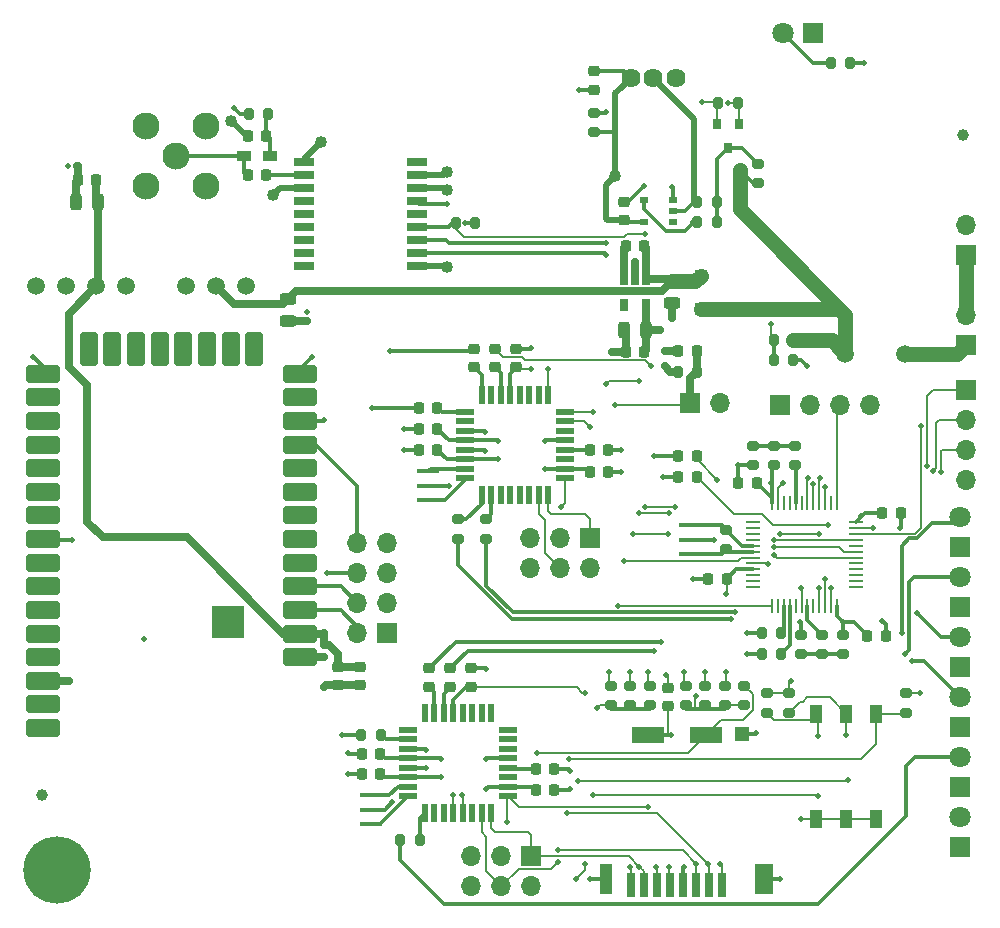
<source format=gbr>
G04 #@! TF.GenerationSoftware,KiCad,Pcbnew,(6.0.7)*
G04 #@! TF.CreationDate,2022-09-05T18:06:51-05:00*
G04 #@! TF.ProjectId,control_pcb,636f6e74-726f-46c5-9f70-63622e6b6963,3.1*
G04 #@! TF.SameCoordinates,Original*
G04 #@! TF.FileFunction,Copper,L1,Top*
G04 #@! TF.FilePolarity,Positive*
%FSLAX46Y46*%
G04 Gerber Fmt 4.6, Leading zero omitted, Abs format (unit mm)*
G04 Created by KiCad (PCBNEW (6.0.7)) date 2022-09-05 18:06:51*
%MOMM*%
%LPD*%
G01*
G04 APERTURE LIST*
G04 Aperture macros list*
%AMRoundRect*
0 Rectangle with rounded corners*
0 $1 Rounding radius*
0 $2 $3 $4 $5 $6 $7 $8 $9 X,Y pos of 4 corners*
0 Add a 4 corners polygon primitive as box body*
4,1,4,$2,$3,$4,$5,$6,$7,$8,$9,$2,$3,0*
0 Add four circle primitives for the rounded corners*
1,1,$1+$1,$2,$3*
1,1,$1+$1,$4,$5*
1,1,$1+$1,$6,$7*
1,1,$1+$1,$8,$9*
0 Add four rect primitives between the rounded corners*
20,1,$1+$1,$2,$3,$4,$5,0*
20,1,$1+$1,$4,$5,$6,$7,0*
20,1,$1+$1,$6,$7,$8,$9,0*
20,1,$1+$1,$8,$9,$2,$3,0*%
G04 Aperture macros list end*
G04 #@! TA.AperFunction,ComponentPad*
%ADD10O,1.700000X1.700000*%
G04 #@! TD*
G04 #@! TA.AperFunction,ComponentPad*
%ADD11R,1.700000X1.700000*%
G04 #@! TD*
G04 #@! TA.AperFunction,SMDPad,CuDef*
%ADD12R,0.250000X1.300000*%
G04 #@! TD*
G04 #@! TA.AperFunction,SMDPad,CuDef*
%ADD13R,1.300000X0.250000*%
G04 #@! TD*
G04 #@! TA.AperFunction,SMDPad,CuDef*
%ADD14R,0.700000X2.000000*%
G04 #@! TD*
G04 #@! TA.AperFunction,SMDPad,CuDef*
%ADD15R,1.000000X2.600000*%
G04 #@! TD*
G04 #@! TA.AperFunction,SMDPad,CuDef*
%ADD16R,1.500000X2.600000*%
G04 #@! TD*
G04 #@! TA.AperFunction,SMDPad,CuDef*
%ADD17R,2.700000X1.400000*%
G04 #@! TD*
G04 #@! TA.AperFunction,SMDPad,CuDef*
%ADD18R,1.200000X1.200000*%
G04 #@! TD*
G04 #@! TA.AperFunction,SMDPad,CuDef*
%ADD19RoundRect,0.225000X0.250000X-0.225000X0.250000X0.225000X-0.250000X0.225000X-0.250000X-0.225000X0*%
G04 #@! TD*
G04 #@! TA.AperFunction,SMDPad,CuDef*
%ADD20RoundRect,0.200000X0.275000X-0.200000X0.275000X0.200000X-0.275000X0.200000X-0.275000X-0.200000X0*%
G04 #@! TD*
G04 #@! TA.AperFunction,SMDPad,CuDef*
%ADD21RoundRect,0.200000X-0.275000X0.200000X-0.275000X-0.200000X0.275000X-0.200000X0.275000X0.200000X0*%
G04 #@! TD*
G04 #@! TA.AperFunction,SMDPad,CuDef*
%ADD22RoundRect,0.225000X0.225000X0.250000X-0.225000X0.250000X-0.225000X-0.250000X0.225000X-0.250000X0*%
G04 #@! TD*
G04 #@! TA.AperFunction,ComponentPad*
%ADD23C,2.300000*%
G04 #@! TD*
G04 #@! TA.AperFunction,ComponentPad*
%ADD24C,1.500000*%
G04 #@! TD*
G04 #@! TA.AperFunction,SMDPad,CuDef*
%ADD25R,1.200000X0.900000*%
G04 #@! TD*
G04 #@! TA.AperFunction,ComponentPad*
%ADD26C,1.620000*%
G04 #@! TD*
G04 #@! TA.AperFunction,SMDPad,CuDef*
%ADD27R,0.800000X0.550000*%
G04 #@! TD*
G04 #@! TA.AperFunction,SMDPad,CuDef*
%ADD28R,1.800000X0.700000*%
G04 #@! TD*
G04 #@! TA.AperFunction,SMDPad,CuDef*
%ADD29R,1.800000X0.800000*%
G04 #@! TD*
G04 #@! TA.AperFunction,ComponentPad*
%ADD30C,5.700000*%
G04 #@! TD*
G04 #@! TA.AperFunction,SMDPad,CuDef*
%ADD31R,1.100000X1.500000*%
G04 #@! TD*
G04 #@! TA.AperFunction,SMDPad,CuDef*
%ADD32R,0.800000X0.900000*%
G04 #@! TD*
G04 #@! TA.AperFunction,SMDPad,CuDef*
%ADD33RoundRect,0.218750X0.218750X0.256250X-0.218750X0.256250X-0.218750X-0.256250X0.218750X-0.256250X0*%
G04 #@! TD*
G04 #@! TA.AperFunction,SMDPad,CuDef*
%ADD34RoundRect,0.218750X-0.218750X-0.256250X0.218750X-0.256250X0.218750X0.256250X-0.218750X0.256250X0*%
G04 #@! TD*
G04 #@! TA.AperFunction,SMDPad,CuDef*
%ADD35RoundRect,0.243750X-0.456250X0.243750X-0.456250X-0.243750X0.456250X-0.243750X0.456250X0.243750X0*%
G04 #@! TD*
G04 #@! TA.AperFunction,SMDPad,CuDef*
%ADD36RoundRect,0.243750X0.243750X0.456250X-0.243750X0.456250X-0.243750X-0.456250X0.243750X-0.456250X0*%
G04 #@! TD*
G04 #@! TA.AperFunction,SMDPad,CuDef*
%ADD37R,1.100000X1.100000*%
G04 #@! TD*
G04 #@! TA.AperFunction,SMDPad,CuDef*
%ADD38RoundRect,0.200000X-0.200000X-0.275000X0.200000X-0.275000X0.200000X0.275000X-0.200000X0.275000X0*%
G04 #@! TD*
G04 #@! TA.AperFunction,SMDPad,CuDef*
%ADD39RoundRect,0.218750X-0.256250X0.218750X-0.256250X-0.218750X0.256250X-0.218750X0.256250X0.218750X0*%
G04 #@! TD*
G04 #@! TA.AperFunction,SMDPad,CuDef*
%ADD40R,1.600000X0.550000*%
G04 #@! TD*
G04 #@! TA.AperFunction,SMDPad,CuDef*
%ADD41R,0.550000X1.600000*%
G04 #@! TD*
G04 #@! TA.AperFunction,SMDPad,CuDef*
%ADD42R,0.650000X1.060000*%
G04 #@! TD*
G04 #@! TA.AperFunction,SMDPad,CuDef*
%ADD43R,1.900000X0.400000*%
G04 #@! TD*
G04 #@! TA.AperFunction,SMDPad,CuDef*
%ADD44RoundRect,0.225000X-0.225000X-0.250000X0.225000X-0.250000X0.225000X0.250000X-0.225000X0.250000X0*%
G04 #@! TD*
G04 #@! TA.AperFunction,SMDPad,CuDef*
%ADD45RoundRect,0.225000X-0.250000X0.225000X-0.250000X-0.225000X0.250000X-0.225000X0.250000X0.225000X0*%
G04 #@! TD*
G04 #@! TA.AperFunction,SMDPad,CuDef*
%ADD46C,1.000000*%
G04 #@! TD*
G04 #@! TA.AperFunction,SMDPad,CuDef*
%ADD47RoundRect,0.200000X0.200000X0.275000X-0.200000X0.275000X-0.200000X-0.275000X0.200000X-0.275000X0*%
G04 #@! TD*
G04 #@! TA.AperFunction,SMDPad,CuDef*
%ADD48RoundRect,0.152000X1.248000X0.608000X-1.248000X0.608000X-1.248000X-0.608000X1.248000X-0.608000X0*%
G04 #@! TD*
G04 #@! TA.AperFunction,SMDPad,CuDef*
%ADD49RoundRect,0.152000X0.608000X1.248000X-0.608000X1.248000X-0.608000X-1.248000X0.608000X-1.248000X0*%
G04 #@! TD*
G04 #@! TA.AperFunction,SMDPad,CuDef*
%ADD50RoundRect,0.279000X1.116000X1.116000X-1.116000X1.116000X-1.116000X-1.116000X1.116000X-1.116000X0*%
G04 #@! TD*
G04 #@! TA.AperFunction,ComponentPad*
%ADD51R,1.800000X1.800000*%
G04 #@! TD*
G04 #@! TA.AperFunction,ComponentPad*
%ADD52C,1.800000*%
G04 #@! TD*
G04 #@! TA.AperFunction,ComponentPad*
%ADD53C,1.509000*%
G04 #@! TD*
G04 #@! TA.AperFunction,ViaPad*
%ADD54C,0.508000*%
G04 #@! TD*
G04 #@! TA.AperFunction,ViaPad*
%ADD55C,1.016000*%
G04 #@! TD*
G04 #@! TA.AperFunction,Conductor*
%ADD56C,0.304800*%
G04 #@! TD*
G04 #@! TA.AperFunction,Conductor*
%ADD57C,0.508000*%
G04 #@! TD*
G04 #@! TA.AperFunction,Conductor*
%ADD58C,0.152400*%
G04 #@! TD*
G04 #@! TA.AperFunction,Conductor*
%ADD59C,0.635000*%
G04 #@! TD*
G04 #@! TA.AperFunction,Conductor*
%ADD60C,0.347980*%
G04 #@! TD*
G04 #@! TA.AperFunction,Conductor*
%ADD61C,1.270000*%
G04 #@! TD*
G04 APERTURE END LIST*
D10*
X154432000Y-135890000D03*
X154432000Y-133350000D03*
X154432000Y-130810000D03*
D11*
X154432000Y-128270000D03*
D12*
X137966000Y-137890000D03*
X138466000Y-137890000D03*
X138966000Y-137890000D03*
X139466000Y-137890000D03*
X139966000Y-137890000D03*
X140466000Y-137890000D03*
X140966000Y-137890000D03*
X141466000Y-137890000D03*
X141966000Y-137890000D03*
X142466000Y-137890000D03*
X142966000Y-137890000D03*
X143466000Y-137890000D03*
D13*
X145066000Y-139490000D03*
X145066000Y-139990000D03*
X145066000Y-140490000D03*
X145066000Y-140990000D03*
X145066000Y-141490000D03*
X145066000Y-141990000D03*
X145066000Y-142490000D03*
X145066000Y-142990000D03*
X145066000Y-143490000D03*
X145066000Y-143990000D03*
X145066000Y-144490000D03*
X145066000Y-144990000D03*
D12*
X143466000Y-146590000D03*
X142966000Y-146590000D03*
X142466000Y-146590000D03*
X141966000Y-146590000D03*
X141466000Y-146590000D03*
X140966000Y-146590000D03*
X140466000Y-146590000D03*
X139966000Y-146590000D03*
X139466000Y-146590000D03*
X138966000Y-146590000D03*
X138466000Y-146590000D03*
X137966000Y-146590000D03*
D13*
X136366000Y-144990000D03*
X136366000Y-144490000D03*
X136366000Y-143990000D03*
X136366000Y-143490000D03*
X136366000Y-142990000D03*
X136366000Y-142490000D03*
X136366000Y-141990000D03*
X136366000Y-141490000D03*
X136366000Y-140990000D03*
X136366000Y-140490000D03*
X136366000Y-139990000D03*
X136366000Y-139490000D03*
D14*
X126042001Y-170195001D03*
X127142001Y-170195001D03*
X128242001Y-170195001D03*
X129342001Y-170195001D03*
X130442001Y-170195001D03*
X131542001Y-170195001D03*
X132642001Y-170195001D03*
X133742001Y-170195001D03*
D15*
X123942001Y-169695001D03*
D16*
X137292001Y-169695001D03*
D17*
X132342001Y-157495001D03*
X127442001Y-157495001D03*
D18*
X135392001Y-157395001D03*
D19*
X129159000Y-155080000D03*
X129159000Y-153530000D03*
D20*
X124333000Y-153353000D03*
X124333000Y-155003000D03*
X127635000Y-153353000D03*
X127635000Y-155003000D03*
X130683000Y-153353000D03*
X130683000Y-155003000D03*
X132334000Y-155003000D03*
X132334000Y-153353000D03*
X125984000Y-155003000D03*
X125984000Y-153353000D03*
X133985000Y-155003000D03*
X133985000Y-153353000D03*
D21*
X134112000Y-140145000D03*
X134112000Y-141795000D03*
D22*
X130035000Y-124968000D03*
X131585000Y-124968000D03*
X148857000Y-138684000D03*
X147307000Y-138684000D03*
D21*
X137541000Y-153988000D03*
X137541000Y-155638000D03*
D23*
X84963000Y-105918000D03*
X90043000Y-105918000D03*
X84963000Y-110998000D03*
X90043000Y-110998000D03*
X87503000Y-108458000D03*
D24*
X144185000Y-125222000D03*
X149185000Y-125222000D03*
D10*
X133604000Y-129413000D03*
D11*
X131064000Y-129413000D03*
X138684000Y-129540000D03*
D10*
X141224000Y-129540000D03*
X143764000Y-129540000D03*
X146304000Y-129540000D03*
D25*
X95461000Y-108458000D03*
X93261000Y-108458000D03*
D26*
X129797001Y-101887001D03*
X127892001Y-101887001D03*
X125987001Y-101887001D03*
D27*
X129550000Y-114114001D03*
X129550000Y-113164001D03*
X129550000Y-112214001D03*
X127150000Y-112214001D03*
X127150000Y-114114001D03*
D28*
X107874000Y-117811000D03*
D29*
X107874000Y-116711000D03*
X107874000Y-115611000D03*
X107874000Y-114511000D03*
X107874000Y-113411000D03*
X107874000Y-112311000D03*
X107874000Y-111211000D03*
X107874000Y-110111000D03*
D28*
X107874000Y-109011000D03*
X98374000Y-109011000D03*
D29*
X98374000Y-110111000D03*
X98374000Y-111211000D03*
X98374000Y-112311000D03*
X98374000Y-113411000D03*
X98374000Y-114511000D03*
X98374000Y-115611000D03*
X98374000Y-116711000D03*
D28*
X98374000Y-117811000D03*
D30*
X77470000Y-168910000D03*
D31*
X141732000Y-164597000D03*
X144272000Y-164597000D03*
X146812000Y-164597000D03*
X146812000Y-155697000D03*
X144272000Y-155697000D03*
X141732000Y-155697000D03*
D32*
X134239000Y-107807000D03*
X133289000Y-105807000D03*
X135189000Y-105807000D03*
D33*
X108051500Y-133350000D03*
X109626500Y-133350000D03*
D34*
X122529500Y-135255000D03*
X124104500Y-135255000D03*
D33*
X108051500Y-131572000D03*
X109626500Y-131572000D03*
D34*
X124104500Y-133350000D03*
X122529500Y-133350000D03*
D33*
X104800500Y-159131000D03*
X103225500Y-159131000D03*
D34*
X119532500Y-162179000D03*
X117957500Y-162179000D03*
D33*
X104800500Y-160782000D03*
X103225500Y-160782000D03*
D34*
X117957500Y-160401000D03*
X119532500Y-160401000D03*
D35*
X129463800Y-119077500D03*
X129463800Y-120952500D03*
D36*
X125427500Y-123190000D03*
X127302500Y-123190000D03*
D33*
X127152500Y-125095000D03*
X125577500Y-125095000D03*
D37*
X131927600Y-118615000D03*
X131927600Y-121415000D03*
D11*
X122555000Y-140843000D03*
D10*
X122555000Y-143383000D03*
X120015000Y-140843000D03*
X120015000Y-143383000D03*
X117475000Y-140843000D03*
X117475000Y-143383000D03*
X112522000Y-170307000D03*
X112522000Y-167767000D03*
X115062000Y-170307000D03*
X115062000Y-167767000D03*
X117602000Y-170307000D03*
D11*
X117602000Y-167767000D03*
D38*
X138747000Y-148844000D03*
X137097000Y-148844000D03*
X137097000Y-150622000D03*
X138747000Y-150622000D03*
D33*
X131597500Y-133858000D03*
X130022500Y-133858000D03*
X131597500Y-135636000D03*
X130022500Y-135636000D03*
D38*
X142939000Y-100584000D03*
X144589000Y-100584000D03*
D39*
X116332000Y-124815500D03*
X116332000Y-126390500D03*
X114554000Y-126390500D03*
X114554000Y-124815500D03*
X112776000Y-124815500D03*
X112776000Y-126390500D03*
D34*
X109626500Y-129794000D03*
X108051500Y-129794000D03*
D20*
X111379000Y-139256000D03*
X111379000Y-140906000D03*
X113792000Y-140906000D03*
X113792000Y-139256000D03*
D39*
X112522000Y-153441500D03*
X112522000Y-151866500D03*
X110744000Y-151866500D03*
X110744000Y-153441500D03*
X108966000Y-153441500D03*
X108966000Y-151866500D03*
D38*
X104838000Y-157480000D03*
X103188000Y-157480000D03*
X106490000Y-166370000D03*
X108140000Y-166370000D03*
D33*
X127152500Y-116078000D03*
X125577500Y-116078000D03*
D40*
X111955000Y-130169000D03*
X111955000Y-130969000D03*
X111955000Y-131769000D03*
X111955000Y-132569000D03*
X111955000Y-133369000D03*
X111955000Y-134169000D03*
X111955000Y-134969000D03*
X111955000Y-135769000D03*
D41*
X113405000Y-137219000D03*
X114205000Y-137219000D03*
X115005000Y-137219000D03*
X115805000Y-137219000D03*
X116605000Y-137219000D03*
X117405000Y-137219000D03*
X118205000Y-137219000D03*
X119005000Y-137219000D03*
D40*
X120455000Y-135769000D03*
X120455000Y-134969000D03*
X120455000Y-134169000D03*
X120455000Y-133369000D03*
X120455000Y-132569000D03*
X120455000Y-131769000D03*
X120455000Y-130969000D03*
X120455000Y-130169000D03*
D41*
X119005000Y-128719000D03*
X118205000Y-128719000D03*
X117405000Y-128719000D03*
X116605000Y-128719000D03*
X115805000Y-128719000D03*
X115005000Y-128719000D03*
X114205000Y-128719000D03*
X113405000Y-128719000D03*
X108579000Y-155643000D03*
X109379000Y-155643000D03*
X110179000Y-155643000D03*
X110979000Y-155643000D03*
X111779000Y-155643000D03*
X112579000Y-155643000D03*
X113379000Y-155643000D03*
X114179000Y-155643000D03*
D40*
X115629000Y-157093000D03*
X115629000Y-157893000D03*
X115629000Y-158693000D03*
X115629000Y-159493000D03*
X115629000Y-160293000D03*
X115629000Y-161093000D03*
X115629000Y-161893000D03*
X115629000Y-162693000D03*
D41*
X114179000Y-164143000D03*
X113379000Y-164143000D03*
X112579000Y-164143000D03*
X111779000Y-164143000D03*
X110979000Y-164143000D03*
X110179000Y-164143000D03*
X109379000Y-164143000D03*
X108579000Y-164143000D03*
D40*
X107129000Y-162693000D03*
X107129000Y-161893000D03*
X107129000Y-161093000D03*
X107129000Y-160293000D03*
X107129000Y-159493000D03*
X107129000Y-158693000D03*
X107129000Y-157893000D03*
X107129000Y-157093000D03*
D42*
X127315000Y-118915000D03*
X126365000Y-118915000D03*
X125415000Y-118915000D03*
X125415000Y-121115000D03*
X127315000Y-121115000D03*
D43*
X131064000Y-139770000D03*
X131064000Y-140970000D03*
X131064000Y-142170000D03*
X108839000Y-135198000D03*
X108839000Y-136398000D03*
X108839000Y-137598000D03*
X104013000Y-165030000D03*
X104013000Y-163830000D03*
X104013000Y-162630000D03*
D44*
X136665000Y-136144000D03*
X135115000Y-136144000D03*
D22*
X146037000Y-149098000D03*
X147587000Y-149098000D03*
D44*
X132575000Y-144272000D03*
X134125000Y-144272000D03*
D45*
X103124000Y-153302000D03*
X103124000Y-151752000D03*
X101219000Y-151752000D03*
X101219000Y-153302000D03*
X122936000Y-102883000D03*
X122936000Y-101333000D03*
D19*
X125476000Y-112382000D03*
X125476000Y-113932000D03*
D44*
X93586000Y-110109000D03*
X95136000Y-110109000D03*
X93586000Y-106807000D03*
X95136000Y-106807000D03*
D46*
X154178000Y-106680000D03*
X76200000Y-162560000D03*
D11*
X154432000Y-124460000D03*
D10*
X154432000Y-121920000D03*
X154432000Y-114300000D03*
D11*
X154432000Y-116840000D03*
D38*
X131635000Y-126746000D03*
X129985000Y-126746000D03*
D47*
X139763000Y-124079000D03*
X138113000Y-124079000D03*
D38*
X139779001Y-125734001D03*
X138129001Y-125734001D03*
D21*
X138176000Y-133033000D03*
X138176000Y-134683000D03*
D20*
X144018000Y-149035000D03*
X144018000Y-150685000D03*
D21*
X139954000Y-134683000D03*
X139954000Y-133033000D03*
D20*
X142240000Y-150685000D03*
X142240000Y-149035000D03*
X136398000Y-133033000D03*
X136398000Y-134683000D03*
D21*
X140462000Y-149035000D03*
X140462000Y-150685000D03*
X149352000Y-155638000D03*
X149352000Y-153988000D03*
X139446000Y-153988000D03*
X139446000Y-155638000D03*
D20*
X135636000Y-155003000D03*
X135636000Y-153353000D03*
X122936000Y-106489000D03*
X122936000Y-104839000D03*
X136779000Y-109157000D03*
X136779000Y-110807000D03*
D47*
X135064000Y-104013000D03*
X133414000Y-104013000D03*
X133286000Y-114046000D03*
X131636000Y-114046000D03*
X131636000Y-112395000D03*
X133286000Y-112395000D03*
D38*
X95313000Y-104902000D03*
X93663000Y-104902000D03*
X112839000Y-114173000D03*
X111189000Y-114173000D03*
D11*
X105410000Y-148844000D03*
D10*
X102870000Y-148844000D03*
X105410000Y-146304000D03*
X102870000Y-146304000D03*
X105410000Y-143764000D03*
X102870000Y-143764000D03*
X105410000Y-141224000D03*
X102870000Y-141224000D03*
D48*
X97972000Y-150922000D03*
X97972000Y-148922000D03*
X97972000Y-146922000D03*
X97972000Y-144922000D03*
X97972000Y-142922000D03*
X97972000Y-140922000D03*
X97972000Y-138922000D03*
X97972000Y-136922000D03*
X97972000Y-134922000D03*
X97972000Y-132922000D03*
X97972000Y-130922000D03*
X97972000Y-128922000D03*
X97972000Y-126922000D03*
X76272000Y-126922000D03*
X76272000Y-128922000D03*
X76272000Y-130922000D03*
X76272000Y-132922000D03*
X76272000Y-134922000D03*
X76272000Y-136922000D03*
X76272000Y-138922000D03*
X76272000Y-140922000D03*
X76272000Y-142922000D03*
X76272000Y-144922000D03*
X76272000Y-146922000D03*
X76272000Y-148922000D03*
X76272000Y-150922000D03*
X76272000Y-152922000D03*
X76272000Y-154922000D03*
X76272000Y-156922000D03*
D49*
X94122000Y-124842000D03*
X92122000Y-124842000D03*
X90122000Y-124842000D03*
X88122000Y-124842000D03*
X86122000Y-124842000D03*
X84122000Y-124842000D03*
X82122000Y-124842000D03*
X80122000Y-124842000D03*
D50*
X91877000Y-147957000D03*
D35*
X97028000Y-120576100D03*
X97028000Y-122451100D03*
D36*
X79021700Y-112420400D03*
X80896700Y-112420400D03*
D33*
X80746700Y-110540800D03*
X79171700Y-110540800D03*
D51*
X153924000Y-141605000D03*
D52*
X153924000Y-139065000D03*
X153924000Y-144145000D03*
D51*
X153924000Y-146685000D03*
X141478000Y-98044000D03*
D52*
X138938000Y-98044000D03*
D51*
X153924000Y-156845000D03*
D52*
X153924000Y-154305000D03*
X153924000Y-149225000D03*
D51*
X153924000Y-151765000D03*
X153924000Y-167005000D03*
D52*
X153924000Y-164465000D03*
X153924000Y-159385000D03*
D51*
X153924000Y-161925000D03*
D53*
X93446000Y-119533200D03*
X90906000Y-119533200D03*
X88366000Y-119533200D03*
X83286000Y-119533200D03*
X80746000Y-119533200D03*
X78206000Y-119533200D03*
X75666000Y-119533200D03*
D54*
X129540000Y-111125000D03*
D55*
X110490000Y-117856000D03*
X95758000Y-111760000D03*
X99822000Y-107315000D03*
X92202000Y-105537000D03*
D54*
X128143000Y-168656000D03*
X129413000Y-157480000D03*
X136652000Y-157353000D03*
X122555000Y-169672000D03*
X138684000Y-169672000D03*
X146558000Y-139954000D03*
X137668000Y-143002000D03*
X140462000Y-164592000D03*
X127127000Y-110998000D03*
X125222000Y-133350000D03*
X125222000Y-135255000D03*
X110617000Y-136398000D03*
X113665000Y-133477000D03*
X113665000Y-131826000D03*
X118745000Y-132588000D03*
X106807000Y-131572000D03*
X106807000Y-133350000D03*
X108712000Y-158750000D03*
X108712000Y-160274000D03*
X102108000Y-160782000D03*
X102108000Y-159004000D03*
X105813868Y-163217868D03*
X120904000Y-160528000D03*
X120904000Y-162052000D03*
X113792000Y-159512000D03*
X121666000Y-102870000D03*
X126365000Y-117475000D03*
X129540000Y-122174000D03*
X124460000Y-125095000D03*
X128905000Y-124968000D03*
X148844000Y-139954000D03*
X131318000Y-144272000D03*
X140335000Y-147955000D03*
X147320000Y-147828000D03*
X100076000Y-150876000D03*
X91186000Y-148844000D03*
X91877000Y-147957000D03*
X84836000Y-149352000D03*
X78486000Y-152908000D03*
X135128000Y-134620000D03*
X133096000Y-140970000D03*
X140970000Y-126263400D03*
X75438000Y-125476000D03*
X99060000Y-125476000D03*
X100076000Y-130810000D03*
X143002000Y-145034000D03*
X138938000Y-136144000D03*
X100076000Y-153416000D03*
X98602800Y-122478800D03*
X79146400Y-109321600D03*
X78384400Y-109321600D03*
X98602800Y-121666000D03*
X110490000Y-112522000D03*
X125476000Y-142748000D03*
X124714000Y-129540000D03*
D55*
X110490000Y-111379000D03*
X110490000Y-109855000D03*
D54*
X112014000Y-114173000D03*
X134239000Y-104013000D03*
X117602000Y-124714000D03*
X118745000Y-135001000D03*
X113792000Y-151892000D03*
X113792000Y-162052000D03*
X128524000Y-123190000D03*
X128905000Y-126314199D03*
X145542000Y-138938000D03*
X144018000Y-147955000D03*
X137922000Y-136144000D03*
X145796000Y-100584000D03*
X131572000Y-154178000D03*
X129032000Y-152400000D03*
X123190000Y-155194000D03*
X109982000Y-159512000D03*
X109982000Y-161036000D03*
X130556000Y-168656000D03*
X114808000Y-132588000D03*
X114808000Y-134112000D03*
X134112000Y-145542000D03*
X92456000Y-104394000D03*
X139573000Y-152908000D03*
X150495000Y-153924000D03*
D55*
X124694599Y-110216599D03*
X135235600Y-109708600D03*
D54*
X150622000Y-131318000D03*
X142448600Y-136525000D03*
X142009750Y-135786750D03*
X152273000Y-135255000D03*
X141478000Y-136271000D03*
X151586388Y-135198676D03*
X140995400Y-135742678D03*
X151104600Y-134747000D03*
X133604000Y-168402000D03*
X134112000Y-152146000D03*
X140462000Y-145034000D03*
X137922000Y-122682000D03*
X124968000Y-146558000D03*
X132080000Y-103886000D03*
X138176000Y-140970000D03*
X129794000Y-138176000D03*
X127254000Y-138176000D03*
X127254000Y-115062000D03*
X138176000Y-141630403D03*
X129286000Y-138684000D03*
X126746000Y-138684000D03*
X123952000Y-116840000D03*
X126746000Y-127508000D03*
X123952000Y-127762000D03*
X138176000Y-142290806D03*
X129133600Y-140462000D03*
X126238000Y-140462000D03*
X123926600Y-115874801D03*
X135890000Y-148844000D03*
X148971000Y-148844000D03*
X135890000Y-150622000D03*
X149225000Y-150622000D03*
X134493000Y-147701000D03*
X149860000Y-151257000D03*
X134874000Y-147072600D03*
X150241000Y-147193000D03*
X101536500Y-157543500D03*
X105664000Y-124968000D03*
X104140000Y-129794000D03*
X100330000Y-143764000D03*
X78740000Y-140970000D03*
X120142000Y-138176000D03*
X117602000Y-126492000D03*
X125984000Y-168656000D03*
X124206000Y-152146000D03*
X126746000Y-168656000D03*
X125984000Y-152146000D03*
X129286000Y-168656000D03*
X127508000Y-163576000D03*
X127508000Y-152146000D03*
X115570000Y-164846000D03*
X131572000Y-168402000D03*
X130556000Y-152146000D03*
X119888000Y-167259000D03*
X119888000Y-168249600D03*
X132588000Y-168402000D03*
X132334000Y-152146000D03*
X110998000Y-162560000D03*
X120650000Y-164084000D03*
X111760000Y-162560000D03*
X118110000Y-159004000D03*
X122174000Y-153924000D03*
X122174000Y-168402000D03*
X121412000Y-169672000D03*
X133350000Y-135890000D03*
X141986000Y-145034000D03*
X141986000Y-140462000D03*
X138684000Y-140462000D03*
X128016000Y-150368000D03*
X128016000Y-133858000D03*
X127762000Y-126314199D03*
X142494000Y-144272000D03*
X142748000Y-139700000D03*
X128574800Y-149606000D03*
X128778000Y-135636000D03*
X118999000Y-126492000D03*
X120777000Y-159512000D03*
X123952000Y-104775000D03*
X100076000Y-148844000D03*
X100076000Y-149860000D03*
X122809000Y-130175000D03*
X121539000Y-161417000D03*
X144399000Y-161290000D03*
X144272000Y-157480000D03*
X122555000Y-131445000D03*
X122809000Y-162560000D03*
X141859000Y-162687000D03*
X141859000Y-157607000D03*
D56*
X129550000Y-112214001D02*
X129550000Y-111135000D01*
X129550000Y-111135000D02*
X129540000Y-111125000D01*
D57*
X107874000Y-117811000D02*
X110445000Y-117811000D01*
X110445000Y-117811000D02*
X110490000Y-117856000D01*
X98374000Y-111211000D02*
X96307000Y-111211000D01*
X96307000Y-111211000D02*
X95758000Y-111760000D01*
X98374000Y-109011000D02*
X98374000Y-108763000D01*
X98374000Y-108763000D02*
X99822000Y-107315000D01*
X93411000Y-106807000D02*
X93411000Y-106746000D01*
X93411000Y-106746000D02*
X92202000Y-105537000D01*
D58*
X128242001Y-170195001D02*
X128242001Y-168755001D01*
X128242001Y-168755001D02*
X128143000Y-168656000D01*
D56*
X127442001Y-157495001D02*
X129397999Y-157495001D01*
X129397999Y-157495001D02*
X129413000Y-157480000D01*
X135392001Y-157395001D02*
X136609999Y-157395001D01*
X136609999Y-157395001D02*
X136652000Y-157353000D01*
X123942001Y-169695001D02*
X122578001Y-169695001D01*
X122578001Y-169695001D02*
X122555000Y-169672000D01*
X137292001Y-169695001D02*
X138660999Y-169695001D01*
X138660999Y-169695001D02*
X138684000Y-169672000D01*
D58*
X145066000Y-139990000D02*
X146522000Y-139990000D01*
X146522000Y-139990000D02*
X146558000Y-139954000D01*
X136366000Y-142990000D02*
X137656000Y-142990000D01*
X137656000Y-142990000D02*
X137668000Y-143002000D01*
X146109600Y-164597000D02*
X144272000Y-164597000D01*
X146812000Y-164597000D02*
X146109600Y-164597000D01*
X144272000Y-164597000D02*
X141732000Y-164597000D01*
X141732000Y-164597000D02*
X140467000Y-164597000D01*
X140467000Y-164597000D02*
X140462000Y-164592000D01*
D56*
X125476000Y-112207000D02*
X125918000Y-112207000D01*
X125918000Y-112207000D02*
X127127000Y-110998000D01*
X124104500Y-133350000D02*
X125222000Y-133350000D01*
X124104500Y-135255000D02*
X125222000Y-135255000D01*
X108839000Y-136398000D02*
X110617000Y-136398000D01*
X113557000Y-133369000D02*
X113665000Y-133477000D01*
X111955000Y-133369000D02*
X113557000Y-133369000D01*
X113608000Y-131769000D02*
X113665000Y-131826000D01*
X111955000Y-131769000D02*
X113608000Y-131769000D01*
X118764000Y-132569000D02*
X118745000Y-132588000D01*
X120455000Y-132569000D02*
X118764000Y-132569000D01*
X108051500Y-131572000D02*
X106807000Y-131572000D01*
X108051500Y-133350000D02*
X106807000Y-133350000D01*
X108655000Y-158693000D02*
X108712000Y-158750000D01*
X107129000Y-158693000D02*
X108655000Y-158693000D01*
X108693000Y-160293000D02*
X108712000Y-160274000D01*
X107129000Y-160293000D02*
X108693000Y-160293000D01*
X103225500Y-160782000D02*
X102108000Y-160782000D01*
X102235000Y-159131000D02*
X102108000Y-159004000D01*
X103225500Y-159131000D02*
X102235000Y-159131000D01*
X105201736Y-163830000D02*
X105813868Y-163217868D01*
X104013000Y-163830000D02*
X105201736Y-163830000D01*
X120777000Y-160401000D02*
X120904000Y-160528000D01*
X119532500Y-160401000D02*
X120777000Y-160401000D01*
X120777000Y-162179000D02*
X120904000Y-162052000D01*
X119532500Y-162179000D02*
X120777000Y-162179000D01*
X113811000Y-159493000D02*
X113792000Y-159512000D01*
X115629000Y-159493000D02*
X113811000Y-159493000D01*
X121679000Y-102883000D02*
X121666000Y-102870000D01*
X122936000Y-102883000D02*
X121679000Y-102883000D01*
D59*
X126365000Y-118915000D02*
X126365000Y-117475000D01*
X129463800Y-122097800D02*
X129540000Y-122174000D01*
X129463800Y-120952500D02*
X129463800Y-122097800D01*
X125577500Y-123340000D02*
X125427500Y-123190000D01*
X125577500Y-125095000D02*
X125577500Y-123340000D01*
X125577500Y-125095000D02*
X124460000Y-125095000D01*
X130035000Y-124968000D02*
X128905000Y-124968000D01*
D56*
X148857000Y-139941000D02*
X148844000Y-139954000D01*
X148857000Y-138684000D02*
X148857000Y-139941000D01*
X132575000Y-144272000D02*
X131318000Y-144272000D01*
X140462000Y-148082000D02*
X140335000Y-147955000D01*
X140462000Y-149035000D02*
X140462000Y-148082000D01*
X147587000Y-148095000D02*
X147320000Y-147828000D01*
X147587000Y-149098000D02*
X147587000Y-148095000D01*
D59*
X100030000Y-150922000D02*
X100076000Y-150876000D01*
X97972000Y-150922000D02*
X100030000Y-150922000D01*
X91877000Y-148153000D02*
X91186000Y-148844000D01*
X91877000Y-147957000D02*
X91877000Y-148153000D01*
X78472000Y-152922000D02*
X78486000Y-152908000D01*
X76272000Y-152922000D02*
X78472000Y-152922000D01*
D56*
X135115000Y-134633000D02*
X135128000Y-134620000D01*
X135115000Y-136144000D02*
X135115000Y-134633000D01*
X135191000Y-134683000D02*
X135128000Y-134620000D01*
X136398000Y-134683000D02*
X135191000Y-134683000D01*
X131064000Y-140970000D02*
X133096000Y-140970000D01*
D58*
X129159000Y-155080000D02*
X129159000Y-157607000D01*
D56*
X140440601Y-125734001D02*
X140970000Y-126263400D01*
X139779001Y-125734001D02*
X140440601Y-125734001D01*
X76272000Y-126310000D02*
X75438000Y-125476000D01*
X76272000Y-126922000D02*
X76272000Y-126310000D01*
X97972000Y-126564000D02*
X99060000Y-125476000D01*
X97972000Y-126922000D02*
X97972000Y-126564000D01*
X99964000Y-130922000D02*
X100076000Y-130810000D01*
X97972000Y-130922000D02*
X99964000Y-130922000D01*
D58*
X142966000Y-145070000D02*
X143002000Y-145034000D01*
X142966000Y-146590000D02*
X142966000Y-145070000D01*
X138466000Y-136616000D02*
X138938000Y-136144000D01*
X138466000Y-137890000D02*
X138466000Y-136616000D01*
D59*
X101219000Y-153302000D02*
X103124000Y-153302000D01*
X100190000Y-153302000D02*
X100076000Y-153416000D01*
X101219000Y-153302000D02*
X100190000Y-153302000D01*
X98575100Y-122451100D02*
X98602800Y-122478800D01*
X97028000Y-122451100D02*
X98575100Y-122451100D01*
X79021700Y-110690800D02*
X79171700Y-110540800D01*
X79021700Y-112420400D02*
X79021700Y-110690800D01*
X79171700Y-109346900D02*
X79146400Y-109321600D01*
X79171700Y-110540800D02*
X79171700Y-109346900D01*
D56*
X108085000Y-112522000D02*
X107874000Y-112311000D01*
X110490000Y-112522000D02*
X108085000Y-112522000D01*
D59*
X131635000Y-125018000D02*
X131585000Y-124968000D01*
X131635000Y-126746000D02*
X131635000Y-125018000D01*
X131064000Y-127317000D02*
X131635000Y-126746000D01*
X131064000Y-129413000D02*
X131064000Y-127317000D01*
D58*
X135368171Y-142490000D02*
X135110171Y-142748000D01*
X136366000Y-142490000D02*
X135368171Y-142490000D01*
X135110171Y-142748000D02*
X125476000Y-142748000D01*
X130937000Y-129540000D02*
X131064000Y-129413000D01*
X124714000Y-129540000D02*
X130937000Y-129540000D01*
D57*
X107874000Y-111211000D02*
X110322000Y-111211000D01*
X110322000Y-111211000D02*
X110490000Y-111379000D01*
X107874000Y-110111000D02*
X110234000Y-110111000D01*
X110234000Y-110111000D02*
X110490000Y-109855000D01*
D56*
X113114000Y-114173000D02*
X112014000Y-114173000D01*
X117500500Y-124815500D02*
X117602000Y-124714000D01*
X116332000Y-124815500D02*
X117500500Y-124815500D01*
X122243500Y-134969000D02*
X122529500Y-135255000D01*
X120455000Y-134969000D02*
X122243500Y-134969000D01*
X110445500Y-134169000D02*
X109626500Y-133350000D01*
X111955000Y-134169000D02*
X110445500Y-134169000D01*
X110623500Y-132569000D02*
X109626500Y-131572000D01*
X111955000Y-132569000D02*
X110623500Y-132569000D01*
X118777000Y-134969000D02*
X118745000Y-135001000D01*
X120455000Y-134969000D02*
X118777000Y-134969000D01*
X113766500Y-151866500D02*
X113792000Y-151892000D01*
X112522000Y-151866500D02*
X113766500Y-151866500D01*
X105162500Y-159493000D02*
X107129000Y-159493000D01*
X104800500Y-159131000D02*
X105162500Y-159493000D01*
X105111500Y-161093000D02*
X107129000Y-161093000D01*
X104800500Y-160782000D02*
X105111500Y-161093000D01*
X117671500Y-161893000D02*
X115629000Y-161893000D01*
X117957500Y-162179000D02*
X117671500Y-161893000D01*
X113951000Y-161893000D02*
X113792000Y-162052000D01*
X115629000Y-161893000D02*
X113951000Y-161893000D01*
X132334000Y-155278000D02*
X133985000Y-155278000D01*
X124333000Y-155278000D02*
X125984000Y-155278000D01*
X127635000Y-155278000D02*
X125984000Y-155278000D01*
D59*
X127315000Y-123177500D02*
X127302500Y-123190000D01*
X127315000Y-121115000D02*
X127315000Y-123177500D01*
X127302500Y-124945000D02*
X127152500Y-125095000D01*
X127302500Y-123190000D02*
X127302500Y-124945000D01*
X127302500Y-123190000D02*
X128524000Y-123190000D01*
X129336801Y-126746000D02*
X128905000Y-126314199D01*
X129985000Y-126746000D02*
X129336801Y-126746000D01*
D56*
X145872000Y-138684000D02*
X147307000Y-138684000D01*
X145567500Y-138912500D02*
X145542000Y-138938000D01*
X145643500Y-138912500D02*
X145567500Y-138912500D01*
X145066000Y-139490000D02*
X145643500Y-138912500D01*
X145643500Y-138912500D02*
X145872000Y-138684000D01*
X134907000Y-143490000D02*
X136366000Y-143490000D01*
X134125000Y-144272000D02*
X134907000Y-143490000D01*
X144018000Y-149035000D02*
X144018000Y-147955000D01*
X143466000Y-147403000D02*
X144018000Y-147955000D01*
X143466000Y-146590000D02*
X143466000Y-147403000D01*
X146037000Y-149098000D02*
X146037000Y-149085000D01*
X144907000Y-147955000D02*
X144018000Y-147955000D01*
X146037000Y-149085000D02*
X144907000Y-147955000D01*
X137966000Y-137445000D02*
X136665000Y-136144000D01*
X137966000Y-137890000D02*
X137966000Y-137445000D01*
X137966000Y-134893000D02*
X138176000Y-134683000D01*
X137966000Y-136188000D02*
X137922000Y-136144000D01*
X137966000Y-137890000D02*
X137966000Y-136188000D01*
X137966000Y-136188000D02*
X137966000Y-134893000D01*
X144589000Y-100584000D02*
X145796000Y-100584000D01*
D58*
X135636000Y-155003000D02*
X133985000Y-155003000D01*
X131488000Y-154262000D02*
X131572000Y-154178000D01*
X131488000Y-155278000D02*
X131488000Y-154262000D01*
D56*
X130683000Y-155278000D02*
X131488000Y-155278000D01*
X131488000Y-155278000D02*
X132334000Y-155278000D01*
D58*
X129159000Y-152527000D02*
X129032000Y-152400000D01*
X129159000Y-153530000D02*
X129159000Y-152527000D01*
X123381000Y-155003000D02*
X123190000Y-155194000D01*
X124333000Y-155003000D02*
X123381000Y-155003000D01*
D56*
X109963000Y-159493000D02*
X109982000Y-159512000D01*
X107129000Y-159493000D02*
X109963000Y-159493000D01*
X109925000Y-161093000D02*
X109982000Y-161036000D01*
X107129000Y-161093000D02*
X109925000Y-161093000D01*
X130442001Y-168769999D02*
X130556000Y-168656000D01*
X130442001Y-170195001D02*
X130442001Y-168769999D01*
X114789000Y-132569000D02*
X114808000Y-132588000D01*
X111955000Y-132569000D02*
X114789000Y-132569000D01*
X114751000Y-134169000D02*
X114808000Y-134112000D01*
X111955000Y-134169000D02*
X114751000Y-134169000D01*
D58*
X134125000Y-145529000D02*
X134112000Y-145542000D01*
X134125000Y-144272000D02*
X134125000Y-145529000D01*
D60*
X92964000Y-104902000D02*
X92456000Y-104394000D01*
X93663000Y-104902000D02*
X92964000Y-104902000D01*
D58*
X137541000Y-153988000D02*
X139446000Y-153988000D01*
X139446000Y-153035000D02*
X139573000Y-152908000D01*
X139446000Y-153988000D02*
X139446000Y-153035000D01*
X150431000Y-153988000D02*
X150495000Y-153924000D01*
X149352000Y-153988000D02*
X150431000Y-153988000D01*
X135339000Y-104013000D02*
X134239000Y-104013000D01*
X135189000Y-105807000D02*
X135189000Y-104163000D01*
X135189000Y-104163000D02*
X135339000Y-104013000D01*
D56*
X125483001Y-114114001D02*
X125476000Y-114107000D01*
X127150000Y-114114001D02*
X125483001Y-114114001D01*
D57*
X125177002Y-102697000D02*
X125987001Y-101887001D01*
X124694599Y-103179403D02*
X125177002Y-102697000D01*
X125476000Y-114107000D02*
X125476000Y-113882000D01*
D56*
X125433000Y-101333000D02*
X125987001Y-101887001D01*
X122936000Y-101333000D02*
X125433000Y-101333000D01*
X124484198Y-106489000D02*
X124694599Y-106699401D01*
X122936000Y-106489000D02*
X124484198Y-106489000D01*
D57*
X124694599Y-106699401D02*
X124694599Y-103179403D01*
X124694599Y-110216599D02*
X124694599Y-106699401D01*
D56*
X136334000Y-110807000D02*
X135235600Y-109708600D01*
X136779000Y-110807000D02*
X136334000Y-110807000D01*
D61*
X143042000Y-124079000D02*
X139763000Y-124079000D01*
X144185000Y-125222000D02*
X143042000Y-124079000D01*
X144185000Y-125222000D02*
X144185000Y-121960000D01*
X135235600Y-113010600D02*
X135235600Y-109708600D01*
X144185000Y-121960000D02*
X135235600Y-113010600D01*
X143640000Y-121415000D02*
X144185000Y-121960000D01*
X131927600Y-121415000D02*
X143640000Y-121415000D01*
D57*
X125476000Y-113932000D02*
X124092000Y-113932000D01*
X124092000Y-113932000D02*
X123952000Y-113792000D01*
X123952000Y-110959198D02*
X124694599Y-110216599D01*
X123952000Y-113792000D02*
X123952000Y-110959198D01*
D61*
X153670000Y-125222000D02*
X154432000Y-124460000D01*
X149185000Y-125222000D02*
X153670000Y-125222000D01*
D58*
X145066000Y-140490000D02*
X150086000Y-140490000D01*
X150086000Y-140490000D02*
X150622000Y-139954000D01*
X150622000Y-131318000D02*
X150622000Y-139954000D01*
X143466000Y-129838000D02*
X143764000Y-129540000D01*
X143466000Y-137890000D02*
X143466000Y-129838000D01*
X142466000Y-136542400D02*
X142448600Y-136525000D01*
X142466000Y-137890000D02*
X142466000Y-136542400D01*
X141966000Y-135830500D02*
X142009750Y-135786750D01*
X141966000Y-137890000D02*
X141966000Y-135830500D01*
X152273000Y-135255000D02*
X152273000Y-133477000D01*
X152400000Y-133350000D02*
X154432000Y-133350000D01*
X152273000Y-133477000D02*
X152400000Y-133350000D01*
X141466000Y-136283000D02*
X141478000Y-136271000D01*
X141466000Y-137890000D02*
X141466000Y-136283000D01*
X151840387Y-134944677D02*
X151840387Y-131115613D01*
X151586388Y-135198676D02*
X151840387Y-134944677D01*
X152146000Y-130810000D02*
X154432000Y-130810000D01*
X151840387Y-131115613D02*
X152146000Y-130810000D01*
X140966000Y-137890000D02*
X140966000Y-135772078D01*
X140966000Y-135772078D02*
X140995400Y-135742678D01*
X151638000Y-128270000D02*
X154432000Y-128270000D01*
X151104600Y-128803400D02*
X151638000Y-128270000D01*
X151104600Y-134747000D02*
X151104600Y-128803400D01*
X133742001Y-168540001D02*
X133604000Y-168402000D01*
X133742001Y-170195001D02*
X133742001Y-168540001D01*
X134112000Y-153226000D02*
X133985000Y-153353000D01*
X134112000Y-152146000D02*
X134112000Y-153226000D01*
D56*
X139966000Y-134695000D02*
X139954000Y-134683000D01*
X139966000Y-137890000D02*
X139966000Y-134695000D01*
X140966000Y-147761000D02*
X142240000Y-149035000D01*
X140966000Y-146590000D02*
X140966000Y-147761000D01*
X138113000Y-125718000D02*
X138129001Y-125734001D01*
X138113000Y-124079000D02*
X138113000Y-125718000D01*
D58*
X140466000Y-145038000D02*
X140462000Y-145034000D01*
X140466000Y-146590000D02*
X140466000Y-145038000D01*
X137922000Y-123888000D02*
X138113000Y-124079000D01*
X137922000Y-122682000D02*
X137922000Y-123888000D01*
X133289000Y-104163000D02*
X133139000Y-104013000D01*
X133289000Y-105807000D02*
X133289000Y-104163000D01*
X125000000Y-146590000D02*
X124968000Y-146558000D01*
X137966000Y-146590000D02*
X125000000Y-146590000D01*
X133287000Y-103886000D02*
X133414000Y-104013000D01*
X132080000Y-103886000D02*
X133287000Y-103886000D01*
D56*
X110576000Y-114511000D02*
X110914000Y-114173000D01*
X107874000Y-114511000D02*
X110576000Y-114511000D01*
D58*
X138196000Y-140990000D02*
X138176000Y-140970000D01*
X145066000Y-140990000D02*
X138196000Y-140990000D01*
X129794000Y-138176000D02*
X127254000Y-138176000D01*
X125730000Y-115062000D02*
X127254000Y-115062000D01*
X111857000Y-115316000D02*
X125476000Y-115316000D01*
X111189000Y-114648000D02*
X111857000Y-115316000D01*
X111189000Y-114173000D02*
X111189000Y-114648000D01*
X125476000Y-115316000D02*
X125730000Y-115062000D01*
X145066000Y-141990000D02*
X144022000Y-141990000D01*
X143662403Y-141630403D02*
X138176000Y-141630403D01*
X144022000Y-141990000D02*
X143662403Y-141630403D01*
X129286000Y-138684000D02*
X126746000Y-138684000D01*
D56*
X123823000Y-116711000D02*
X123952000Y-116840000D01*
X107874000Y-116711000D02*
X123823000Y-116711000D01*
D58*
X124206000Y-127508000D02*
X123952000Y-127762000D01*
X126746000Y-127508000D02*
X124206000Y-127508000D01*
X138375194Y-142490000D02*
X138176000Y-142290806D01*
X145066000Y-142490000D02*
X138375194Y-142490000D01*
X129133600Y-140462000D02*
X126238000Y-140462000D01*
D56*
X110602775Y-115874801D02*
X123901199Y-115874801D01*
X110338974Y-115611000D02*
X110602775Y-115874801D01*
X107874000Y-115611000D02*
X110338974Y-115611000D01*
X123901199Y-115874801D02*
X123926600Y-115874801D01*
X110001500Y-130169000D02*
X109626500Y-129794000D01*
X111955000Y-130169000D02*
X110001500Y-130169000D01*
X113405000Y-137219000D02*
X113405000Y-137928000D01*
X112077000Y-139256000D02*
X111379000Y-139256000D01*
X113405000Y-137928000D02*
X112077000Y-139256000D01*
X114205000Y-138843000D02*
X113792000Y-139256000D01*
X114205000Y-137219000D02*
X114205000Y-138843000D01*
X110179000Y-154006500D02*
X110744000Y-153441500D01*
X110179000Y-155643000D02*
X110179000Y-154006500D01*
X133286000Y-114046000D02*
X133286000Y-112395000D01*
X133286000Y-108760000D02*
X134239000Y-107807000D01*
X133286000Y-112395000D02*
X133286000Y-108760000D01*
X135429000Y-107807000D02*
X134239000Y-107807000D01*
X136779000Y-109157000D02*
X135429000Y-107807000D01*
X122510500Y-133369000D02*
X122529500Y-133350000D01*
X120455000Y-133369000D02*
X122510500Y-133369000D01*
X115737000Y-160401000D02*
X115629000Y-160293000D01*
X117957500Y-160401000D02*
X115737000Y-160401000D01*
D60*
X98372000Y-110109000D02*
X98374000Y-110111000D01*
X95311000Y-110109000D02*
X98372000Y-110109000D01*
X95461000Y-106957000D02*
X95311000Y-106807000D01*
X95461000Y-108458000D02*
X95461000Y-106957000D01*
X95136000Y-105079000D02*
X95313000Y-104902000D01*
X95136000Y-106807000D02*
X95136000Y-105079000D01*
D61*
X131465100Y-119077500D02*
X131927600Y-118615000D01*
X129463800Y-119077500D02*
X131465100Y-119077500D01*
D59*
X129301300Y-118915000D02*
X129463800Y-119077500D01*
X127315000Y-118915000D02*
X129301300Y-118915000D01*
X127315000Y-116240500D02*
X127315000Y-118915000D01*
X127152500Y-116078000D02*
X127315000Y-116240500D01*
X128626399Y-119914901D02*
X129463800Y-119077500D01*
X97689199Y-119914901D02*
X128626399Y-119914901D01*
X97028000Y-120576100D02*
X97689199Y-119914901D01*
X92434427Y-121061627D02*
X90906000Y-119533200D01*
X96542473Y-121061627D02*
X92434427Y-121061627D01*
X97028000Y-120576100D02*
X96542473Y-121061627D01*
D56*
X137097000Y-148844000D02*
X135890000Y-148844000D01*
X153385171Y-139603829D02*
X153924000Y-139065000D01*
X151511000Y-139603829D02*
X153385171Y-139603829D01*
X150243819Y-140871010D02*
X151511000Y-139603829D01*
X149577990Y-140871010D02*
X150243819Y-140871010D01*
X148971000Y-141478000D02*
X149577990Y-140871010D01*
X148971000Y-148844000D02*
X148971000Y-141478000D01*
X137097000Y-150622000D02*
X135890000Y-150622000D01*
X149225000Y-150622000D02*
X149529801Y-150317199D01*
X153924000Y-144145000D02*
X149987000Y-144145000D01*
X149529801Y-144602199D02*
X149529801Y-147497801D01*
X149987000Y-144145000D02*
X149529801Y-144602199D01*
X149529801Y-147497801D02*
X149529801Y-146354801D01*
X149529801Y-150317199D02*
X149529801Y-147497801D01*
X141478000Y-100584000D02*
X142939000Y-100584000D01*
X138938000Y-98044000D02*
X141478000Y-100584000D01*
X115939408Y-147701000D02*
X134493000Y-147701000D01*
X111379000Y-143140592D02*
X115939408Y-147701000D01*
X111379000Y-140906000D02*
X111379000Y-143140592D01*
X150876000Y-151257000D02*
X153924000Y-154305000D01*
X149860000Y-151257000D02*
X150876000Y-151257000D01*
X113792000Y-140906000D02*
X113792000Y-141409106D01*
X113792000Y-141409106D02*
X113792000Y-144907000D01*
X134829799Y-147116801D02*
X134874000Y-147072600D01*
X116001801Y-147116801D02*
X134829799Y-147116801D01*
X113792000Y-144907000D02*
X116001801Y-147116801D01*
X152273000Y-149225000D02*
X153924000Y-149225000D01*
X150241000Y-147193000D02*
X152273000Y-149225000D01*
X101600000Y-157480000D02*
X101536500Y-157543500D01*
X103188000Y-157480000D02*
X101600000Y-157480000D01*
X106490000Y-166370000D02*
X106490000Y-168085000D01*
X106490000Y-168085000D02*
X110236000Y-171831000D01*
X110236000Y-171831000D02*
X141859000Y-171831000D01*
X141859000Y-171831000D02*
X149352000Y-164338000D01*
X149352000Y-164338000D02*
X149352000Y-160147000D01*
X150114000Y-159385000D02*
X153924000Y-159385000D01*
X149352000Y-160147000D02*
X150114000Y-159385000D01*
X112623500Y-124968000D02*
X112776000Y-124815500D01*
X105664000Y-124968000D02*
X112623500Y-124968000D01*
X97972000Y-146922000D02*
X101456000Y-146922000D01*
X102870000Y-148336000D02*
X102870000Y-148844000D01*
X101456000Y-146922000D02*
X102870000Y-148336000D01*
X104140000Y-129794000D02*
X108051500Y-129794000D01*
X101488000Y-144922000D02*
X102870000Y-146304000D01*
X97972000Y-144922000D02*
X101488000Y-144922000D01*
X102870000Y-143764000D02*
X100330000Y-143764000D01*
X76320000Y-140970000D02*
X76272000Y-140922000D01*
X78740000Y-140970000D02*
X76320000Y-140970000D01*
X102870000Y-136420000D02*
X102870000Y-141224000D01*
X99372000Y-132922000D02*
X102870000Y-136420000D01*
X97972000Y-132922000D02*
X99372000Y-132922000D01*
D58*
X119005000Y-137219000D02*
X119005000Y-138551000D01*
X119005000Y-138551000D02*
X119265000Y-138811000D01*
X119265000Y-138811000D02*
X122174000Y-138811000D01*
X122555000Y-139192000D02*
X122555000Y-140843000D01*
X122174000Y-138811000D02*
X122555000Y-139192000D01*
X120455000Y-137863000D02*
X120455000Y-135769000D01*
X120142000Y-138176000D02*
X120455000Y-137863000D01*
D56*
X115805000Y-126917500D02*
X116332000Y-126390500D01*
X115805000Y-128719000D02*
X115805000Y-126917500D01*
D58*
X116433500Y-126492000D02*
X116332000Y-126390500D01*
X117602000Y-126492000D02*
X116433500Y-126492000D01*
X120015000Y-143383000D02*
X118745000Y-142113000D01*
X118745000Y-142113000D02*
X118745000Y-139319000D01*
X118205000Y-138779000D02*
X118205000Y-137219000D01*
X118745000Y-139319000D02*
X118205000Y-138779000D01*
X126042001Y-168714001D02*
X125984000Y-168656000D01*
X126042001Y-170195001D02*
X126042001Y-168714001D01*
X124206000Y-153226000D02*
X124333000Y-153353000D01*
X124206000Y-152146000D02*
X124206000Y-153226000D01*
X127142001Y-169052001D02*
X126746000Y-168656000D01*
X127142001Y-170195001D02*
X127142001Y-169052001D01*
X125984000Y-152146000D02*
X125984000Y-153353000D01*
X114179000Y-164143000D02*
X114179000Y-165360000D01*
X114179000Y-165360000D02*
X114554000Y-165735000D01*
X114554000Y-165735000D02*
X117348000Y-165735000D01*
X117602000Y-165989000D02*
X117602000Y-167767000D01*
X117348000Y-165735000D02*
X117602000Y-165989000D01*
X125857000Y-167767000D02*
X126746000Y-168656000D01*
X117602000Y-167767000D02*
X125857000Y-167767000D01*
X129286000Y-170139000D02*
X129342001Y-170195001D01*
X129286000Y-168656000D02*
X129286000Y-170139000D01*
X115629000Y-162693000D02*
X116512000Y-163576000D01*
X116512000Y-163576000D02*
X127508000Y-163576000D01*
X127508000Y-153226000D02*
X127635000Y-153353000D01*
X127508000Y-152146000D02*
X127508000Y-153226000D01*
X115570000Y-162752000D02*
X115629000Y-162693000D01*
X115570000Y-164846000D02*
X115570000Y-162752000D01*
X131542001Y-168431999D02*
X131572000Y-168402000D01*
X131542001Y-170195001D02*
X131542001Y-168431999D01*
X130556000Y-153226000D02*
X130683000Y-153353000D01*
X130556000Y-152146000D02*
X130556000Y-153226000D01*
X115062000Y-170307000D02*
X113792000Y-169037000D01*
X113792000Y-169037000D02*
X113792000Y-166116000D01*
X113379000Y-165703000D02*
X113379000Y-164143000D01*
X113792000Y-166116000D02*
X113379000Y-165703000D01*
X131572000Y-168402000D02*
X130429000Y-167259000D01*
X130429000Y-167259000D02*
X119888000Y-167259000D01*
X116523399Y-168845601D02*
X115062000Y-170307000D01*
X119291999Y-168845601D02*
X116523399Y-168845601D01*
X119888000Y-168249600D02*
X119291999Y-168845601D01*
X132642001Y-168456001D02*
X132588000Y-168402000D01*
X132642001Y-170195001D02*
X132642001Y-168456001D01*
X132334000Y-152146000D02*
X132334000Y-153353000D01*
X110979000Y-162579000D02*
X110998000Y-162560000D01*
X110979000Y-164143000D02*
X110979000Y-162579000D01*
X128270000Y-164084000D02*
X132588000Y-168402000D01*
X120650000Y-164084000D02*
X128270000Y-164084000D01*
X132342001Y-157495001D02*
X133627002Y-156210000D01*
X136339610Y-154056610D02*
X135636000Y-153353000D01*
X136339610Y-155380538D02*
X136339610Y-154056610D01*
X135510148Y-156210000D02*
X136339610Y-155380538D01*
X133627002Y-156210000D02*
X135510148Y-156210000D01*
X111779000Y-162579000D02*
X111760000Y-162560000D01*
X111779000Y-164143000D02*
X111779000Y-162579000D01*
X130833002Y-159004000D02*
X132342001Y-157495001D01*
X118110000Y-159004000D02*
X130833002Y-159004000D01*
D56*
X112075700Y-153441500D02*
X112522000Y-153441500D01*
X110979000Y-154538200D02*
X112075700Y-153441500D01*
X110979000Y-155643000D02*
X110979000Y-154538200D01*
D58*
X112522000Y-153441500D02*
X121437500Y-153441500D01*
X121920000Y-153924000D02*
X122174000Y-153924000D01*
X121437500Y-153441500D02*
X121920000Y-153924000D01*
X122174000Y-168910000D02*
X121412000Y-169672000D01*
X122174000Y-168402000D02*
X122174000Y-168910000D01*
D61*
X154432000Y-116840000D02*
X154432000Y-121920000D01*
D56*
X136398000Y-133033000D02*
X138176000Y-133033000D01*
X139954000Y-133033000D02*
X138176000Y-133033000D01*
X140462000Y-150685000D02*
X142240000Y-150685000D01*
X144018000Y-150685000D02*
X142240000Y-150685000D01*
X133737000Y-139770000D02*
X134112000Y-140145000D01*
X131064000Y-139770000D02*
X133737000Y-139770000D01*
X135457000Y-141490000D02*
X134112000Y-140145000D01*
X136366000Y-141490000D02*
X135457000Y-141490000D01*
X133737000Y-142170000D02*
X134112000Y-141795000D01*
X131064000Y-142170000D02*
X133737000Y-142170000D01*
X134307000Y-141990000D02*
X134112000Y-141795000D01*
X136366000Y-141990000D02*
X134307000Y-141990000D01*
X138966000Y-148625000D02*
X138747000Y-148844000D01*
X138966000Y-146590000D02*
X138966000Y-148625000D01*
X139466000Y-149903000D02*
X139466000Y-146590000D01*
X138747000Y-150622000D02*
X139466000Y-149903000D01*
D58*
X131597500Y-134137500D02*
X133350000Y-135890000D01*
X131597500Y-133858000D02*
X131597500Y-134137500D01*
X141966000Y-145054000D02*
X141986000Y-145034000D01*
X141966000Y-146590000D02*
X141966000Y-145054000D01*
X141986000Y-140462000D02*
X138684000Y-140462000D01*
D56*
X112242500Y-150368000D02*
X128016000Y-150368000D01*
X110744000Y-151866500D02*
X112242500Y-150368000D01*
X128016000Y-133858000D02*
X130022500Y-133858000D01*
D58*
X117090554Y-125798610D02*
X127246411Y-125798610D01*
X116773554Y-125481610D02*
X117090554Y-125798610D01*
X115220110Y-125481610D02*
X116773554Y-125481610D01*
X127246411Y-125798610D02*
X127762000Y-126314199D01*
X114554000Y-124815500D02*
X115220110Y-125481610D01*
X131597500Y-135636000D02*
X134730101Y-138768601D01*
X142494000Y-146562000D02*
X142494000Y-144272000D01*
X142466000Y-146590000D02*
X142494000Y-146562000D01*
X136567399Y-138768601D02*
X137117601Y-138768601D01*
X134730101Y-138768601D02*
X136567399Y-138768601D01*
X138049000Y-139700000D02*
X142748000Y-139700000D01*
X137117601Y-138768601D02*
X138049000Y-139700000D01*
D56*
X111226500Y-149606000D02*
X128574800Y-149606000D01*
X108966000Y-151866500D02*
X111226500Y-149606000D01*
X128778000Y-135636000D02*
X130022500Y-135636000D01*
D58*
X149293000Y-155697000D02*
X149352000Y-155638000D01*
X146812000Y-155697000D02*
X149293000Y-155697000D01*
X119005000Y-126498000D02*
X118999000Y-126492000D01*
X119005000Y-128719000D02*
X119005000Y-126498000D01*
X120777000Y-159512000D02*
X145542000Y-159512000D01*
X146812000Y-158242000D02*
X146812000Y-155697000D01*
X145542000Y-159512000D02*
X146812000Y-158242000D01*
D56*
X115005000Y-126841500D02*
X114554000Y-126390500D01*
X115005000Y-128719000D02*
X115005000Y-126841500D01*
X113405000Y-127019500D02*
X112776000Y-126390500D01*
X113405000Y-128719000D02*
X113405000Y-127019500D01*
X109379000Y-153854500D02*
X108966000Y-153441500D01*
X109379000Y-155643000D02*
X109379000Y-153854500D01*
X105251000Y-157893000D02*
X104838000Y-157480000D01*
X107129000Y-157893000D02*
X105251000Y-157893000D01*
X108140000Y-164582000D02*
X108579000Y-164143000D01*
X108140000Y-166370000D02*
X108140000Y-164582000D01*
X130591999Y-113164001D02*
X131361000Y-112395000D01*
X129550000Y-113164001D02*
X130591999Y-113164001D01*
D57*
X131361000Y-105356000D02*
X127892001Y-101887001D01*
X131361000Y-112395000D02*
X131361000Y-105356000D01*
D56*
X123888000Y-104839000D02*
X123952000Y-104775000D01*
X122936000Y-104839000D02*
X123888000Y-104839000D01*
X131361000Y-114046000D02*
X131211000Y-114046000D01*
X130606200Y-114800800D02*
X131361000Y-114046000D01*
X129013157Y-114800800D02*
X130606200Y-114800800D01*
X127150000Y-112214001D02*
X127150000Y-112937643D01*
X127150000Y-112937643D02*
X129013157Y-114800800D01*
D59*
X125415000Y-116240500D02*
X125577500Y-116078000D01*
X125415000Y-118915000D02*
X125415000Y-116240500D01*
D56*
X104792000Y-165030000D02*
X104013000Y-165030000D01*
X107129000Y-162693000D02*
X104792000Y-165030000D01*
X105568358Y-162630000D02*
X104013000Y-162630000D01*
X106305358Y-161893000D02*
X105568358Y-162630000D01*
X107129000Y-161893000D02*
X106305358Y-161893000D01*
D59*
X99998000Y-148922000D02*
X100076000Y-148844000D01*
X97972000Y-148922000D02*
X99998000Y-148922000D01*
X100076000Y-148844000D02*
X100076000Y-149860000D01*
X101219000Y-150643790D02*
X101219000Y-151752000D01*
X100435210Y-149860000D02*
X101219000Y-150643790D01*
X100076000Y-149860000D02*
X100435210Y-149860000D01*
X103124000Y-151752000D02*
X101219000Y-151752000D01*
X80746700Y-112270400D02*
X80896700Y-112420400D01*
X80746700Y-110540800D02*
X80746700Y-112270400D01*
X80896700Y-119382500D02*
X80746000Y-119533200D01*
X80896700Y-112420400D02*
X80896700Y-119382500D01*
X96572000Y-148922000D02*
X88416800Y-140766800D01*
X97972000Y-148922000D02*
X96572000Y-148922000D01*
X88416800Y-140766800D02*
X81330800Y-140766800D01*
X81330800Y-140766800D02*
X80010000Y-139446000D01*
X80010000Y-139446000D02*
X80010000Y-127914400D01*
X80010000Y-127914400D02*
X78435200Y-126339600D01*
X78435200Y-121844000D02*
X80746000Y-119533200D01*
X78435200Y-126339600D02*
X78435200Y-121844000D01*
D60*
X87503000Y-108458000D02*
X93261000Y-108458000D01*
X93261000Y-109959000D02*
X93411000Y-110109000D01*
X93261000Y-108458000D02*
X93261000Y-109959000D01*
D58*
X140365601Y-154718399D02*
X140556601Y-154718399D01*
X139446000Y-155638000D02*
X140365601Y-154718399D01*
X140556601Y-154718399D02*
X140970000Y-154305000D01*
X142880000Y-154305000D02*
X144272000Y-155697000D01*
X140970000Y-154305000D02*
X142880000Y-154305000D01*
X122803000Y-130169000D02*
X122809000Y-130175000D01*
X120455000Y-130169000D02*
X122803000Y-130169000D01*
X144272000Y-161417000D02*
X144399000Y-161290000D01*
X121539000Y-161417000D02*
X144272000Y-161417000D01*
X144272000Y-157480000D02*
X144272000Y-155697000D01*
X141162390Y-156266610D02*
X141732000Y-155697000D01*
X138169610Y-156266610D02*
X141162390Y-156266610D01*
X137541000Y-155638000D02*
X138169610Y-156266610D01*
X122079000Y-130969000D02*
X122555000Y-131445000D01*
X120455000Y-130969000D02*
X122079000Y-130969000D01*
X141732000Y-162560000D02*
X141859000Y-162687000D01*
X122809000Y-162560000D02*
X141732000Y-162560000D01*
X141859000Y-155824000D02*
X141732000Y-155697000D01*
X141859000Y-157607000D02*
X141859000Y-155824000D01*
D56*
X109068000Y-134969000D02*
X111955000Y-134969000D01*
X108839000Y-135198000D02*
X109068000Y-134969000D01*
X111955000Y-135887026D02*
X111955000Y-135769000D01*
X110244026Y-137598000D02*
X111955000Y-135887026D01*
X108839000Y-137598000D02*
X110244026Y-137598000D01*
M02*

</source>
